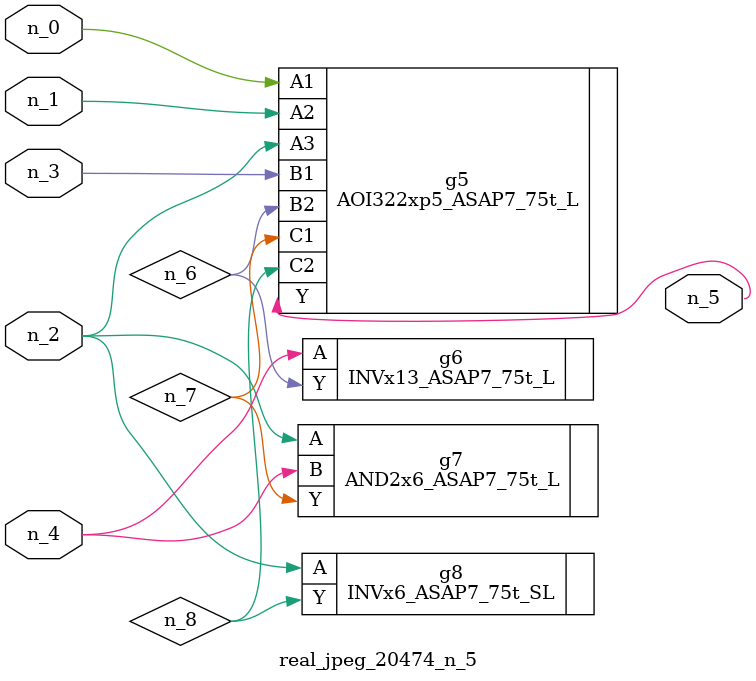
<source format=v>
module real_jpeg_20474_n_5 (n_4, n_0, n_1, n_2, n_3, n_5);

input n_4;
input n_0;
input n_1;
input n_2;
input n_3;

output n_5;

wire n_8;
wire n_6;
wire n_7;

AOI322xp5_ASAP7_75t_L g5 ( 
.A1(n_0),
.A2(n_1),
.A3(n_2),
.B1(n_3),
.B2(n_6),
.C1(n_7),
.C2(n_8),
.Y(n_5)
);

AND2x6_ASAP7_75t_L g7 ( 
.A(n_2),
.B(n_4),
.Y(n_7)
);

INVx6_ASAP7_75t_SL g8 ( 
.A(n_2),
.Y(n_8)
);

INVx13_ASAP7_75t_L g6 ( 
.A(n_4),
.Y(n_6)
);


endmodule
</source>
